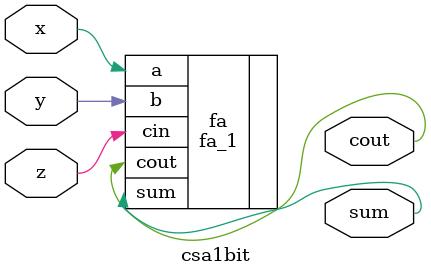
<source format=v>
module csa1bit(
input x, y, z,
output cout,
output sum);

fa_1 fa(.a(x), .b(y), .cin(z), .sum(sum), .cout(cout));

endmodule

</source>
